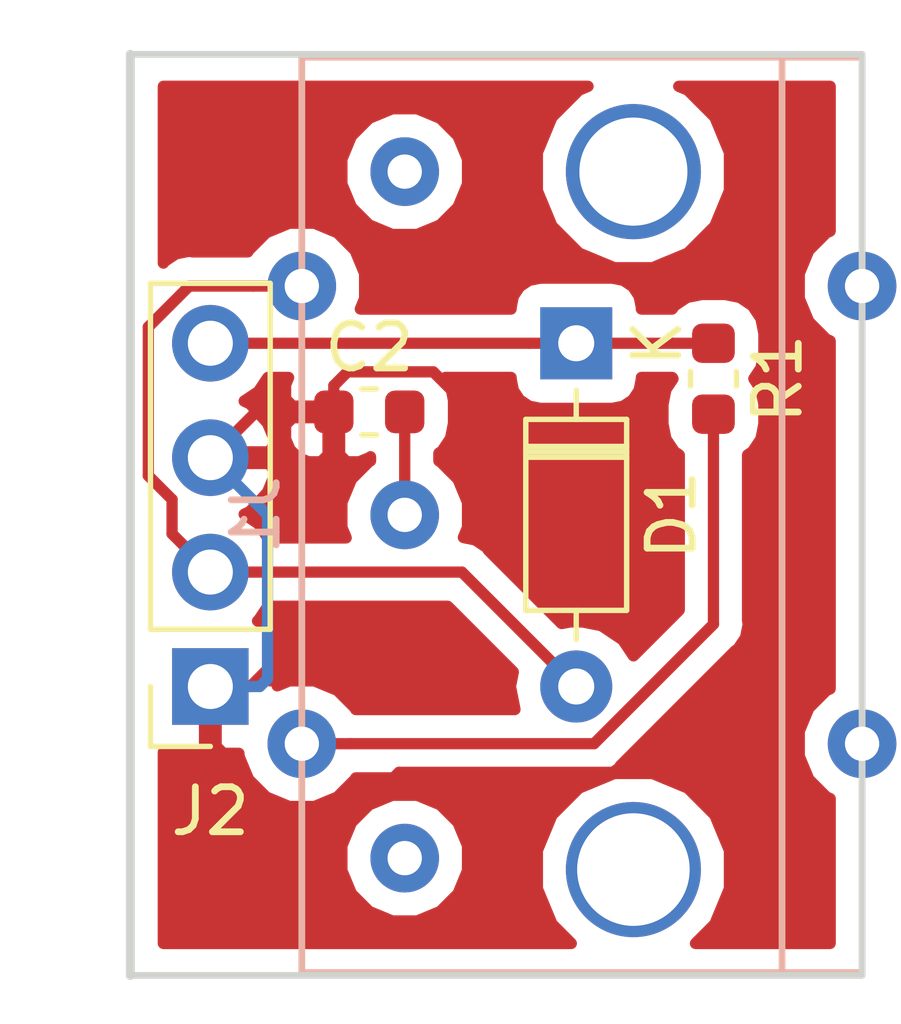
<source format=kicad_pcb>
(kicad_pcb (version 20171130) (host pcbnew "(5.0.2)-1")

  (general
    (thickness 1.6)
    (drawings 4)
    (tracks 35)
    (zones 0)
    (modules 5)
    (nets 8)
  )

  (page A4)
  (layers
    (0 F.Cu signal)
    (31 B.Cu signal)
    (32 B.Adhes user)
    (33 F.Adhes user)
    (34 B.Paste user)
    (35 F.Paste user)
    (36 B.SilkS user)
    (37 F.SilkS user)
    (38 B.Mask user)
    (39 F.Mask user)
    (40 Dwgs.User user)
    (41 Cmts.User user)
    (42 Eco1.User user)
    (43 Eco2.User user)
    (44 Edge.Cuts user)
    (45 Margin user)
    (46 B.CrtYd user)
    (47 F.CrtYd user)
    (48 B.Fab user)
    (49 F.Fab user)
  )

  (setup
    (last_trace_width 0.25)
    (trace_clearance 0.2)
    (zone_clearance 0.508)
    (zone_45_only no)
    (trace_min 0.2)
    (segment_width 0.2)
    (edge_width 0.15)
    (via_size 0.8)
    (via_drill 0.4)
    (via_min_size 0.4)
    (via_min_drill 0.3)
    (uvia_size 0.3)
    (uvia_drill 0.1)
    (uvias_allowed no)
    (uvia_min_size 0.2)
    (uvia_min_drill 0.1)
    (pcb_text_width 0.3)
    (pcb_text_size 1.5 1.5)
    (mod_edge_width 0.15)
    (mod_text_size 1 1)
    (mod_text_width 0.15)
    (pad_size 1.524 1.524)
    (pad_drill 0.762)
    (pad_to_mask_clearance 0.051)
    (solder_mask_min_width 0.25)
    (aux_axis_origin 0 0)
    (visible_elements 7FFFFFFF)
    (pcbplotparams
      (layerselection 0x010fc_ffffffff)
      (usegerberextensions false)
      (usegerberattributes false)
      (usegerberadvancedattributes false)
      (creategerberjobfile false)
      (excludeedgelayer true)
      (linewidth 0.100000)
      (plotframeref false)
      (viasonmask false)
      (mode 1)
      (useauxorigin false)
      (hpglpennumber 1)
      (hpglpenspeed 20)
      (hpglpendiameter 15.000000)
      (psnegative false)
      (psa4output false)
      (plotreference true)
      (plotvalue true)
      (plotinvisibletext false)
      (padsonsilk false)
      (subtractmaskfromsilk false)
      (outputformat 1)
      (mirror false)
      (drillshape 1)
      (scaleselection 1)
      (outputdirectory ""))
  )

  (net 0 "")
  (net 1 GND)
  (net 2 "Net-(C2-Pad2)")
  (net 3 "Net-(J1-Pad4)")
  (net 4 "Net-(J1-Pad1)")
  (net 5 "Net-(J1-Pad3)")
  (net 6 D1)
  (net 7 D2)

  (net_class Default "This is the default net class."
    (clearance 0.2)
    (trace_width 0.25)
    (via_dia 0.8)
    (via_drill 0.4)
    (uvia_dia 0.3)
    (uvia_drill 0.1)
    (add_net D1)
    (add_net D2)
    (add_net GND)
    (add_net "Net-(C2-Pad2)")
    (add_net "Net-(J1-Pad1)")
    (add_net "Net-(J1-Pad3)")
    (add_net "Net-(J1-Pad4)")
  )

  (module Diode_THT:D_DO-35_SOD27_P7.62mm_Horizontal (layer F.Cu) (tedit 5AE50CD5) (tstamp 5C738185)
    (at 119.126 81.788 270)
    (descr "Diode, DO-35_SOD27 series, Axial, Horizontal, pin pitch=7.62mm, , length*diameter=4*2mm^2, , http://www.diodes.com/_files/packages/DO-35.pdf")
    (tags "Diode DO-35_SOD27 series Axial Horizontal pin pitch 7.62mm  length 4mm diameter 2mm")
    (path /5C6582B4)
    (fp_text reference D1 (at 3.81 -2.12 270) (layer F.SilkS)
      (effects (font (size 1 1) (thickness 0.15)))
    )
    (fp_text value 1N4148 (at 3.81 2.12 270) (layer F.Fab)
      (effects (font (size 1 1) (thickness 0.15)))
    )
    (fp_line (start 1.81 -1) (end 1.81 1) (layer F.Fab) (width 0.1))
    (fp_line (start 1.81 1) (end 5.81 1) (layer F.Fab) (width 0.1))
    (fp_line (start 5.81 1) (end 5.81 -1) (layer F.Fab) (width 0.1))
    (fp_line (start 5.81 -1) (end 1.81 -1) (layer F.Fab) (width 0.1))
    (fp_line (start 0 0) (end 1.81 0) (layer F.Fab) (width 0.1))
    (fp_line (start 7.62 0) (end 5.81 0) (layer F.Fab) (width 0.1))
    (fp_line (start 2.41 -1) (end 2.41 1) (layer F.Fab) (width 0.1))
    (fp_line (start 2.51 -1) (end 2.51 1) (layer F.Fab) (width 0.1))
    (fp_line (start 2.31 -1) (end 2.31 1) (layer F.Fab) (width 0.1))
    (fp_line (start 1.69 -1.12) (end 1.69 1.12) (layer F.SilkS) (width 0.12))
    (fp_line (start 1.69 1.12) (end 5.93 1.12) (layer F.SilkS) (width 0.12))
    (fp_line (start 5.93 1.12) (end 5.93 -1.12) (layer F.SilkS) (width 0.12))
    (fp_line (start 5.93 -1.12) (end 1.69 -1.12) (layer F.SilkS) (width 0.12))
    (fp_line (start 1.04 0) (end 1.69 0) (layer F.SilkS) (width 0.12))
    (fp_line (start 6.58 0) (end 5.93 0) (layer F.SilkS) (width 0.12))
    (fp_line (start 2.41 -1.12) (end 2.41 1.12) (layer F.SilkS) (width 0.12))
    (fp_line (start 2.53 -1.12) (end 2.53 1.12) (layer F.SilkS) (width 0.12))
    (fp_line (start 2.29 -1.12) (end 2.29 1.12) (layer F.SilkS) (width 0.12))
    (fp_line (start -1.05 -1.25) (end -1.05 1.25) (layer F.CrtYd) (width 0.05))
    (fp_line (start -1.05 1.25) (end 8.67 1.25) (layer F.CrtYd) (width 0.05))
    (fp_line (start 8.67 1.25) (end 8.67 -1.25) (layer F.CrtYd) (width 0.05))
    (fp_line (start 8.67 -1.25) (end -1.05 -1.25) (layer F.CrtYd) (width 0.05))
    (fp_text user %R (at 4.11 0 270) (layer B.Fab)
      (effects (font (size 0.8 0.8) (thickness 0.12)) (justify mirror))
    )
    (fp_text user K (at 0 -1.8 270) (layer F.Fab)
      (effects (font (size 1 1) (thickness 0.15)))
    )
    (fp_text user K (at 0 -1.8 270) (layer F.SilkS)
      (effects (font (size 1 1) (thickness 0.15)))
    )
    (pad 1 thru_hole rect (at 0 0 270) (size 1.6 1.6) (drill 0.8) (layers *.Cu *.Mask)
      (net 6 D1))
    (pad 2 thru_hole oval (at 7.62 0 270) (size 1.6 1.6) (drill 0.8) (layers *.Cu *.Mask)
      (net 7 D2))
    (model ${KISYS3DMOD}/Diode_THT.3dshapes/D_DO-35_SOD27_P7.62mm_Horizontal.wrl
      (at (xyz 0 0 0))
      (scale (xyz 1 1 1))
      (rotate (xyz 0 0 0))
    )
  )

  (module Capacitor_SMD:C_0603_1608Metric (layer F.Cu) (tedit 5B301BBE) (tstamp 5C738114)
    (at 114.5285 83.312)
    (descr "Capacitor SMD 0603 (1608 Metric), square (rectangular) end terminal, IPC_7351 nominal, (Body size source: http://www.tortai-tech.com/upload/download/2011102023233369053.pdf), generated with kicad-footprint-generator")
    (tags capacitor)
    (path /5C6582E8)
    (attr smd)
    (fp_text reference C2 (at 0 -1.43) (layer F.SilkS)
      (effects (font (size 1 1) (thickness 0.15)))
    )
    (fp_text value 10nF (at 0 1.43) (layer F.Fab)
      (effects (font (size 1 1) (thickness 0.15)))
    )
    (fp_line (start -0.8 0.4) (end -0.8 -0.4) (layer F.Fab) (width 0.1))
    (fp_line (start -0.8 -0.4) (end 0.8 -0.4) (layer F.Fab) (width 0.1))
    (fp_line (start 0.8 -0.4) (end 0.8 0.4) (layer F.Fab) (width 0.1))
    (fp_line (start 0.8 0.4) (end -0.8 0.4) (layer F.Fab) (width 0.1))
    (fp_line (start -0.162779 -0.51) (end 0.162779 -0.51) (layer F.SilkS) (width 0.12))
    (fp_line (start -0.162779 0.51) (end 0.162779 0.51) (layer F.SilkS) (width 0.12))
    (fp_line (start -1.48 0.73) (end -1.48 -0.73) (layer F.CrtYd) (width 0.05))
    (fp_line (start -1.48 -0.73) (end 1.48 -0.73) (layer F.CrtYd) (width 0.05))
    (fp_line (start 1.48 -0.73) (end 1.48 0.73) (layer F.CrtYd) (width 0.05))
    (fp_line (start 1.48 0.73) (end -1.48 0.73) (layer F.CrtYd) (width 0.05))
    (fp_text user %R (at 0 0) (layer F.Fab)
      (effects (font (size 0.4 0.4) (thickness 0.06)))
    )
    (pad 1 smd roundrect (at -0.7875 0) (size 0.875 0.95) (layers F.Cu F.Paste F.Mask) (roundrect_rratio 0.25)
      (net 1 GND))
    (pad 2 smd roundrect (at 0.7875 0) (size 0.875 0.95) (layers F.Cu F.Paste F.Mask) (roundrect_rratio 0.25)
      (net 2 "Net-(C2-Pad2)"))
    (model ${KISYS3DMOD}/Capacitor_SMD.3dshapes/C_0603_1608Metric.wrl
      (at (xyz 0 0 0))
      (scale (xyz 1 1 1))
      (rotate (xyz 0 0 0))
    )
  )

  (module Resistor_SMD:R_0603_1608Metric (layer F.Cu) (tedit 5B301BBD) (tstamp 5C7380E4)
    (at 122.174 82.5755 270)
    (descr "Resistor SMD 0603 (1608 Metric), square (rectangular) end terminal, IPC_7351 nominal, (Body size source: http://www.tortai-tech.com/upload/download/2011102023233369053.pdf), generated with kicad-footprint-generator")
    (tags resistor)
    (path /5C6582AD)
    (attr smd)
    (fp_text reference R1 (at 0 -1.43 270) (layer F.SilkS)
      (effects (font (size 1 1) (thickness 0.15)))
    )
    (fp_text value 220 (at 0 1.43 270) (layer F.Fab)
      (effects (font (size 1 1) (thickness 0.15)))
    )
    (fp_line (start -0.8 0.4) (end -0.8 -0.4) (layer F.Fab) (width 0.1))
    (fp_line (start -0.8 -0.4) (end 0.8 -0.4) (layer F.Fab) (width 0.1))
    (fp_line (start 0.8 -0.4) (end 0.8 0.4) (layer F.Fab) (width 0.1))
    (fp_line (start 0.8 0.4) (end -0.8 0.4) (layer F.Fab) (width 0.1))
    (fp_line (start -0.162779 -0.51) (end 0.162779 -0.51) (layer F.SilkS) (width 0.12))
    (fp_line (start -0.162779 0.51) (end 0.162779 0.51) (layer F.SilkS) (width 0.12))
    (fp_line (start -1.48 0.73) (end -1.48 -0.73) (layer F.CrtYd) (width 0.05))
    (fp_line (start -1.48 -0.73) (end 1.48 -0.73) (layer F.CrtYd) (width 0.05))
    (fp_line (start 1.48 -0.73) (end 1.48 0.73) (layer F.CrtYd) (width 0.05))
    (fp_line (start 1.48 0.73) (end -1.48 0.73) (layer F.CrtYd) (width 0.05))
    (fp_text user %R (at 0 0 270) (layer F.Fab)
      (effects (font (size 0.4 0.4) (thickness 0.06)))
    )
    (pad 1 smd roundrect (at -0.7875 0 270) (size 0.875 0.95) (layers F.Cu F.Paste F.Mask) (roundrect_rratio 0.25)
      (net 6 D1))
    (pad 2 smd roundrect (at 0.7875 0 270) (size 0.875 0.95) (layers F.Cu F.Paste F.Mask) (roundrect_rratio 0.25)
      (net 3 "Net-(J1-Pad4)"))
    (model ${KISYS3DMOD}/Resistor_SMD.3dshapes/R_0603_1608Metric.wrl
      (at (xyz 0 0 0))
      (scale (xyz 1 1 1))
      (rotate (xyz 0 0 0))
    )
  )

  (module Connector_PinSocket_2.54mm:PinSocket_1x04_P2.54mm_Vertical (layer F.Cu) (tedit 5A19A429) (tstamp 5CE10E29)
    (at 110.998 89.408 180)
    (descr "Through hole straight socket strip, 1x04, 2.54mm pitch, single row (from Kicad 4.0.7), script generated")
    (tags "Through hole socket strip THT 1x04 2.54mm single row")
    (path /5C687691)
    (fp_text reference J2 (at 0 -2.77 180) (layer F.SilkS)
      (effects (font (size 1 1) (thickness 0.15)))
    )
    (fp_text value Conn_01x04 (at 0 10.39 180) (layer F.Fab)
      (effects (font (size 1 1) (thickness 0.15)))
    )
    (fp_line (start -1.27 -1.27) (end 0.635 -1.27) (layer F.Fab) (width 0.1))
    (fp_line (start 0.635 -1.27) (end 1.27 -0.635) (layer F.Fab) (width 0.1))
    (fp_line (start 1.27 -0.635) (end 1.27 8.89) (layer F.Fab) (width 0.1))
    (fp_line (start 1.27 8.89) (end -1.27 8.89) (layer F.Fab) (width 0.1))
    (fp_line (start -1.27 8.89) (end -1.27 -1.27) (layer F.Fab) (width 0.1))
    (fp_line (start -1.33 1.27) (end 1.33 1.27) (layer F.SilkS) (width 0.12))
    (fp_line (start -1.33 1.27) (end -1.33 8.95) (layer F.SilkS) (width 0.12))
    (fp_line (start -1.33 8.95) (end 1.33 8.95) (layer F.SilkS) (width 0.12))
    (fp_line (start 1.33 1.27) (end 1.33 8.95) (layer F.SilkS) (width 0.12))
    (fp_line (start 1.33 -1.33) (end 1.33 0) (layer F.SilkS) (width 0.12))
    (fp_line (start 0 -1.33) (end 1.33 -1.33) (layer F.SilkS) (width 0.12))
    (fp_line (start -1.8 -1.8) (end 1.75 -1.8) (layer F.CrtYd) (width 0.05))
    (fp_line (start 1.75 -1.8) (end 1.75 9.4) (layer F.CrtYd) (width 0.05))
    (fp_line (start 1.75 9.4) (end -1.8 9.4) (layer F.CrtYd) (width 0.05))
    (fp_line (start -1.8 9.4) (end -1.8 -1.8) (layer F.CrtYd) (width 0.05))
    (fp_text user %R (at 0 3.81 270) (layer F.Fab)
      (effects (font (size 1 1) (thickness 0.15)))
    )
    (pad 1 thru_hole rect (at 0 0 180) (size 1.7 1.7) (drill 1) (layers *.Cu *.Mask)
      (net 1 GND))
    (pad 2 thru_hole oval (at 0 2.54 180) (size 1.7 1.7) (drill 1) (layers *.Cu *.Mask)
      (net 7 D2))
    (pad 3 thru_hole oval (at 0 5.08 180) (size 1.7 1.7) (drill 1) (layers *.Cu *.Mask)
      (net 1 GND))
    (pad 4 thru_hole oval (at 0 7.62 180) (size 1.7 1.7) (drill 1) (layers *.Cu *.Mask)
      (net 6 D1))
    (model ${KISYS3DMOD}/Connector_PinSocket_2.54mm.3dshapes/PinSocket_1x04_P2.54mm_Vertical.wrl
      (at (xyz 0 0 0))
      (scale (xyz 1 1 1))
      (rotate (xyz 0 0 0))
    )
  )

  (module synth:MIDI_IN (layer B.Cu) (tedit 5C66C034) (tstamp 5C738900)
    (at 115.316 85.598 270)
    (path /5C6582C6)
    (fp_text reference J1 (at 0 3.31 270) (layer B.SilkS)
      (effects (font (size 1 1) (thickness 0.15)) (justify mirror))
    )
    (fp_text value "MIDI IN" (at 0 4.31 270) (layer B.Fab)
      (effects (font (size 1 1) (thickness 0.15)) (justify mirror))
    )
    (fp_line (start -10.16 2.286) (end 10.16 2.286) (layer B.SilkS) (width 0.15))
    (fp_line (start 10.16 2.286) (end 10.16 -10.16) (layer B.SilkS) (width 0.15))
    (fp_line (start 10.16 -10.16) (end -10.16 -10.16) (layer B.SilkS) (width 0.15))
    (fp_line (start -10.16 -10.16) (end -10.16 2.286) (layer B.SilkS) (width 0.15))
    (fp_line (start -10.16 -8.382) (end 10.16 -8.382) (layer B.SilkS) (width 0.15))
    (pad 1 thru_hole circle (at 7.62 0 270) (size 1.524 1.524) (drill 0.762) (layers *.Cu *.Mask)
      (net 4 "Net-(J1-Pad1)"))
    (pad 2 thru_hole circle (at 0 0 270) (size 1.524 1.524) (drill 0.762) (layers *.Cu *.Mask)
      (net 2 "Net-(C2-Pad2)"))
    (pad 3 thru_hole circle (at -7.62 0 270) (size 1.524 1.524) (drill 0.762) (layers *.Cu *.Mask)
      (net 5 "Net-(J1-Pad3)"))
    (pad 4 thru_hole circle (at 5.08 2.286 270) (size 1.524 1.524) (drill 0.762) (layers *.Cu *.Mask)
      (net 3 "Net-(J1-Pad4)"))
    (pad 5 thru_hole circle (at -5.08 2.286 270) (size 1.524 1.524) (drill 0.762) (layers *.Cu *.Mask)
      (net 7 D2))
    (pad "" thru_hole circle (at -7.62 -5.08 270) (size 3 3) (drill 2.4) (layers *.Cu *.Mask))
    (pad "" thru_hole circle (at 7.874 -5.08 270) (size 3 3) (drill 2.5) (layers *.Cu *.Mask))
    (pad "" thru_hole circle (at 5.08 -10.16 270) (size 1.524 1.524) (drill 0.762) (layers *.Cu *.Mask))
    (pad "" thru_hole circle (at -5.08 -10.16 270) (size 1.524 1.524) (drill 0.762) (layers *.Cu *.Mask))
  )

  (gr_line (start 125.476 75.3745) (end 109.22 75.3745) (layer Edge.Cuts) (width 0.15))
  (gr_line (start 125.476 95.8215) (end 125.476 75.3745) (layer Edge.Cuts) (width 0.15) (tstamp 5C7388DB))
  (gr_line (start 109.22 95.8215) (end 109.22 75.3745) (layer Edge.Cuts) (width 0.2))
  (gr_line (start 125.476 95.8215) (end 109.22 95.8215) (layer Edge.Cuts) (width 0.15))

  (segment (start 112.014 83.312) (end 110.998 84.328) (width 0.25) (layer F.Cu) (net 1) (tstamp 5C7380AE))
  (segment (start 113.741 83.312) (end 112.014 83.312) (width 0.25) (layer F.Cu) (net 1) (tstamp 5C7380AB))
  (segment (start 110.998 84.328) (end 112.268 85.598) (width 0.25) (layer B.Cu) (net 1) (tstamp 5C7380A8))
  (segment (start 112.098 89.408) (end 110.998 89.408) (width 0.25) (layer B.Cu) (net 1) (tstamp 5C7380B4))
  (segment (start 112.268 89.238) (end 112.098 89.408) (width 0.25) (layer B.Cu) (net 1) (tstamp 5C7380B1))
  (segment (start 112.268 85.598) (end 112.268 89.238) (width 0.25) (layer B.Cu) (net 1) (tstamp 5C7380BD))
  (segment (start 110.998 89.408) (end 110.998 91.059) (width 0.25) (layer F.Cu) (net 1))
  (segment (start 110.998 91.059) (end 112.014 92.075) (width 0.25) (layer F.Cu) (net 1))
  (segment (start 112.014 92.075) (end 114.427 92.075) (width 0.25) (layer F.Cu) (net 1))
  (segment (start 114.427 92.075) (end 115.189 91.313) (width 0.25) (layer F.Cu) (net 1))
  (segment (start 115.189 91.313) (end 122.047 91.313) (width 0.25) (layer F.Cu) (net 1))
  (segment (start 113.741 83.312) (end 113.741 82.728) (width 0.25) (layer F.Cu) (net 1))
  (segment (start 113.741 82.728) (end 114.046 82.423) (width 0.25) (layer F.Cu) (net 1))
  (segment (start 114.046 82.423) (end 115.951 82.423) (width 0.25) (layer F.Cu) (net 1))
  (segment (start 115.951 82.423) (end 118.618 85.09) (width 0.25) (layer F.Cu) (net 1))
  (segment (start 110.998 89.408) (end 111.887 89.408) (width 0.25) (layer F.Cu) (net 1))
  (segment (start 111.887 89.408) (end 112.649 88.646) (width 0.25) (layer F.Cu) (net 1))
  (segment (start 112.649 88.646) (end 115.316 88.646) (width 0.25) (layer F.Cu) (net 1))
  (segment (start 115.316 85.598) (end 115.316 83.312) (width 0.25) (layer F.Cu) (net 2) (tstamp 5C7380A5))
  (segment (start 114.10763 90.678) (end 113.03 90.678) (width 0.25) (layer F.Cu) (net 3) (tstamp 5C7380BA))
  (segment (start 119.521002 90.678) (end 114.10763 90.678) (width 0.25) (layer F.Cu) (net 3) (tstamp 5C7380B7))
  (segment (start 122.174 88.025002) (end 119.521002 90.678) (width 0.25) (layer F.Cu) (net 3) (tstamp 5C7380A2))
  (segment (start 122.174 83.363) (end 122.174 88.025002) (width 0.25) (layer F.Cu) (net 3) (tstamp 5C73809F))
  (segment (start 122.174 81.788) (end 119.126 81.788) (width 0.25) (layer F.Cu) (net 6) (tstamp 5C73809C))
  (segment (start 118.076 81.788) (end 110.998 81.788) (width 0.25) (layer F.Cu) (net 6) (tstamp 5C7380D2))
  (segment (start 119.126 81.788) (end 118.076 81.788) (width 0.25) (layer F.Cu) (net 6) (tstamp 5C738099))
  (segment (start 116.586 86.868) (end 119.126 89.408) (width 0.25) (layer F.Cu) (net 7) (tstamp 5C7380CF))
  (segment (start 110.998 86.868) (end 116.586 86.868) (width 0.25) (layer F.Cu) (net 7) (tstamp 5C738096))
  (segment (start 110.148001 85.256001) (end 109.62001 84.72801) (width 0.25) (layer F.Cu) (net 7) (tstamp 5C738093))
  (segment (start 110.998 86.868) (end 110.148001 86.018001) (width 0.25) (layer F.Cu) (net 7) (tstamp 5C738090))
  (segment (start 110.148001 86.018001) (end 110.148001 85.256001) (width 0.25) (layer F.Cu) (net 7) (tstamp 5C7380CC))
  (segment (start 111.95237 80.518) (end 113.03 80.518) (width 0.25) (layer F.Cu) (net 7) (tstamp 5C7380C9))
  (segment (start 110.528998 80.518) (end 111.95237 80.518) (width 0.25) (layer F.Cu) (net 7) (tstamp 5C7380C3))
  (segment (start 109.62001 81.426988) (end 110.528998 80.518) (width 0.25) (layer F.Cu) (net 7) (tstamp 5C7380C6))
  (segment (start 109.62001 84.72801) (end 109.62001 81.426988) (width 0.25) (layer F.Cu) (net 7) (tstamp 5C7380C0))

  (zone (net 1) (net_name GND) (layer F.Cu) (tstamp 0) (hatch edge 0.508)
    (connect_pads (clearance 0.508))
    (min_thickness 0.254)
    (fill yes (arc_segments 16) (thermal_gap 0.508) (thermal_bridge_width 0.508))
    (polygon
      (pts
        (xy 108.712 74.422) (xy 126.111 74.168) (xy 126.365 96.901) (xy 108.331 96.901)
      )
    )
    (filled_polygon
      (pts
        (xy 119.18662 76.168034) (xy 118.586034 76.76862) (xy 118.261 77.553322) (xy 118.261 78.402678) (xy 118.586034 79.18738)
        (xy 119.18662 79.787966) (xy 119.971322 80.113) (xy 120.820678 80.113) (xy 121.60538 79.787966) (xy 122.205966 79.18738)
        (xy 122.531 78.402678) (xy 122.531 77.553322) (xy 122.205966 76.76862) (xy 121.60538 76.168034) (xy 121.403711 76.0845)
        (xy 124.766001 76.0845) (xy 124.766001 79.299989) (xy 124.684663 79.33368) (xy 124.29168 79.726663) (xy 124.079 80.240119)
        (xy 124.079 80.795881) (xy 124.29168 81.309337) (xy 124.684663 81.70232) (xy 124.766001 81.736011) (xy 124.766 89.459989)
        (xy 124.684663 89.49368) (xy 124.29168 89.886663) (xy 124.079 90.400119) (xy 124.079 90.955881) (xy 124.29168 91.469337)
        (xy 124.684663 91.86232) (xy 124.766 91.896011) (xy 124.766 95.1115) (xy 121.775846 95.1115) (xy 122.205966 94.68138)
        (xy 122.531 93.896678) (xy 122.531 93.047322) (xy 122.205966 92.26262) (xy 121.60538 91.662034) (xy 120.820678 91.337)
        (xy 119.971322 91.337) (xy 119.18662 91.662034) (xy 118.586034 92.26262) (xy 118.261 93.047322) (xy 118.261 93.896678)
        (xy 118.586034 94.68138) (xy 119.016154 95.1115) (xy 109.955 95.1115) (xy 109.955 92.940119) (xy 113.919 92.940119)
        (xy 113.919 93.495881) (xy 114.13168 94.009337) (xy 114.524663 94.40232) (xy 115.038119 94.615) (xy 115.593881 94.615)
        (xy 116.107337 94.40232) (xy 116.50032 94.009337) (xy 116.713 93.495881) (xy 116.713 92.940119) (xy 116.50032 92.426663)
        (xy 116.107337 92.03368) (xy 115.593881 91.821) (xy 115.038119 91.821) (xy 114.524663 92.03368) (xy 114.13168 92.426663)
        (xy 113.919 92.940119) (xy 109.955 92.940119) (xy 109.955 90.865376) (xy 110.021691 90.893) (xy 110.71225 90.893)
        (xy 110.871 90.73425) (xy 110.871 89.535) (xy 110.851 89.535) (xy 110.851 89.281) (xy 110.871 89.281)
        (xy 110.871 89.261) (xy 111.125 89.261) (xy 111.125 89.281) (xy 111.145 89.281) (xy 111.145 89.535)
        (xy 111.125 89.535) (xy 111.125 90.73425) (xy 111.28375 90.893) (xy 111.633 90.893) (xy 111.633 90.955881)
        (xy 111.84568 91.469337) (xy 112.238663 91.86232) (xy 112.752119 92.075) (xy 113.307881 92.075) (xy 113.821337 91.86232)
        (xy 114.21432 91.469337) (xy 114.2273 91.438) (xy 119.446155 91.438) (xy 119.521002 91.452888) (xy 119.595849 91.438)
        (xy 119.595854 91.438) (xy 119.817539 91.393904) (xy 120.068931 91.225929) (xy 120.111333 91.16247) (xy 122.658473 88.615331)
        (xy 122.721929 88.572931) (xy 122.764924 88.508584) (xy 122.889904 88.32154) (xy 122.900785 88.266839) (xy 122.934 88.099854)
        (xy 122.934 88.09985) (xy 122.948888 88.025002) (xy 122.934 87.950154) (xy 122.934 84.266896) (xy 123.042739 84.194239)
        (xy 123.230505 83.913227) (xy 123.29644 83.58175) (xy 123.29644 83.14425) (xy 123.230505 82.812773) (xy 123.071964 82.5755)
        (xy 123.230505 82.338227) (xy 123.29644 82.00675) (xy 123.29644 81.56925) (xy 123.230505 81.237773) (xy 123.042739 80.956761)
        (xy 122.761727 80.768995) (xy 122.43025 80.70306) (xy 121.91775 80.70306) (xy 121.586273 80.768995) (xy 121.305261 80.956761)
        (xy 121.257661 81.028) (xy 120.57344 81.028) (xy 120.57344 80.988) (xy 120.524157 80.740235) (xy 120.383809 80.530191)
        (xy 120.173765 80.389843) (xy 119.926 80.34056) (xy 118.326 80.34056) (xy 118.078235 80.389843) (xy 117.868191 80.530191)
        (xy 117.727843 80.740235) (xy 117.67856 80.988) (xy 117.67856 81.028) (xy 114.330853 81.028) (xy 114.427 80.795881)
        (xy 114.427 80.240119) (xy 114.21432 79.726663) (xy 113.821337 79.33368) (xy 113.307881 79.121) (xy 112.752119 79.121)
        (xy 112.238663 79.33368) (xy 111.84568 79.726663) (xy 111.8327 79.758) (xy 110.603844 79.758) (xy 110.528997 79.743112)
        (xy 110.45415 79.758) (xy 110.454146 79.758) (xy 110.232461 79.802096) (xy 109.981069 79.970071) (xy 109.955 80.009086)
        (xy 109.955 77.700119) (xy 113.919 77.700119) (xy 113.919 78.255881) (xy 114.13168 78.769337) (xy 114.524663 79.16232)
        (xy 115.038119 79.375) (xy 115.593881 79.375) (xy 116.107337 79.16232) (xy 116.50032 78.769337) (xy 116.713 78.255881)
        (xy 116.713 77.700119) (xy 116.50032 77.186663) (xy 116.107337 76.79368) (xy 115.593881 76.581) (xy 115.038119 76.581)
        (xy 114.524663 76.79368) (xy 114.13168 77.186663) (xy 113.919 77.700119) (xy 109.955 77.700119) (xy 109.955 76.0845)
        (xy 119.388289 76.0845)
      )
    )
    (filled_polygon
      (pts
        (xy 117.727312 89.084114) (xy 117.662887 89.408) (xy 117.764332 89.918) (xy 114.2273 89.918) (xy 114.21432 89.886663)
        (xy 113.821337 89.49368) (xy 113.307881 89.281) (xy 112.752119 89.281) (xy 112.483 89.392473) (xy 112.483 89.280998)
        (xy 112.324252 89.280998) (xy 112.483 89.12225) (xy 112.483 88.43169) (xy 112.386327 88.198301) (xy 112.207698 88.019673)
        (xy 112.046967 87.953096) (xy 112.068625 87.938625) (xy 112.276178 87.628) (xy 116.271199 87.628)
      )
    )
    (filled_polygon
      (pts
        (xy 117.67856 82.588) (xy 117.727843 82.835765) (xy 117.868191 83.045809) (xy 118.078235 83.186157) (xy 118.326 83.23544)
        (xy 119.926 83.23544) (xy 120.173765 83.186157) (xy 120.383809 83.045809) (xy 120.524157 82.835765) (xy 120.57344 82.588)
        (xy 120.57344 82.548) (xy 121.257661 82.548) (xy 121.276036 82.5755) (xy 121.117495 82.812773) (xy 121.05156 83.14425)
        (xy 121.05156 83.58175) (xy 121.117495 83.913227) (xy 121.305261 84.194239) (xy 121.414 84.266896) (xy 121.414001 87.710199)
        (xy 120.396978 88.727222) (xy 120.160577 88.373423) (xy 119.685909 88.05626) (xy 119.267333 87.973) (xy 118.984667 87.973)
        (xy 118.802114 88.009312) (xy 117.176331 86.38353) (xy 117.133929 86.320071) (xy 116.882537 86.152096) (xy 116.660852 86.108)
        (xy 116.660847 86.108) (xy 116.620202 86.099915) (xy 116.713 85.875881) (xy 116.713 85.320119) (xy 116.50032 84.806663)
        (xy 116.107337 84.41368) (xy 116.076 84.4007) (xy 116.076 84.228339) (xy 116.147239 84.180739) (xy 116.335005 83.899727)
        (xy 116.40094 83.56825) (xy 116.40094 83.05575) (xy 116.335005 82.724273) (xy 116.217223 82.548) (xy 117.67856 82.548)
      )
    )
    (filled_polygon
      (pts
        (xy 112.6685 82.71069) (xy 112.6685 83.02625) (xy 112.82725 83.185) (xy 113.614 83.185) (xy 113.614 83.165)
        (xy 113.868 83.165) (xy 113.868 83.185) (xy 113.888 83.185) (xy 113.888 83.439) (xy 113.868 83.439)
        (xy 113.868 84.26325) (xy 114.02675 84.422) (xy 114.304809 84.422) (xy 114.538198 84.325327) (xy 114.556001 84.307525)
        (xy 114.556001 84.4007) (xy 114.524663 84.41368) (xy 114.13168 84.806663) (xy 113.919 85.320119) (xy 113.919 85.875881)
        (xy 114.015147 86.108) (xy 112.276178 86.108) (xy 112.068625 85.797375) (xy 111.749522 85.584157) (xy 111.879358 85.523183)
        (xy 112.269645 85.094924) (xy 112.439476 84.68489) (xy 112.318155 84.455) (xy 111.125 84.455) (xy 111.125 84.475)
        (xy 110.871 84.475) (xy 110.871 84.455) (xy 110.851 84.455) (xy 110.851 84.201) (xy 110.871 84.201)
        (xy 110.871 84.181) (xy 111.125 84.181) (xy 111.125 84.201) (xy 112.318155 84.201) (xy 112.439476 83.97111)
        (xy 112.284835 83.59775) (xy 112.6685 83.59775) (xy 112.6685 83.91331) (xy 112.765173 84.146699) (xy 112.943802 84.325327)
        (xy 113.177191 84.422) (xy 113.45525 84.422) (xy 113.614 84.26325) (xy 113.614 83.439) (xy 112.82725 83.439)
        (xy 112.6685 83.59775) (xy 112.284835 83.59775) (xy 112.269645 83.561076) (xy 111.879358 83.132817) (xy 111.749522 83.071843)
        (xy 112.068625 82.858625) (xy 112.276178 82.548) (xy 112.735888 82.548)
      )
    )
  )
)

</source>
